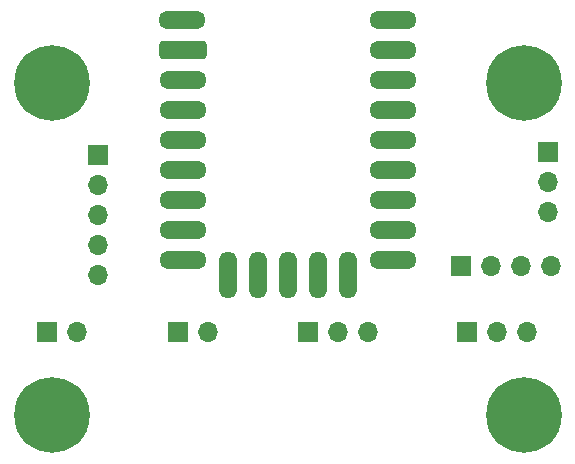
<source format=gbr>
%TF.GenerationSoftware,KiCad,Pcbnew,8.0.5*%
%TF.CreationDate,2024-09-18T02:56:45+09:00*%
%TF.ProjectId,MIDI_Pedal,4d494449-5f50-4656-9461-6c2e6b696361,rev?*%
%TF.SameCoordinates,Original*%
%TF.FileFunction,Soldermask,Bot*%
%TF.FilePolarity,Negative*%
%FSLAX46Y46*%
G04 Gerber Fmt 4.6, Leading zero omitted, Abs format (unit mm)*
G04 Created by KiCad (PCBNEW 8.0.5) date 2024-09-18 02:56:45*
%MOMM*%
%LPD*%
G01*
G04 APERTURE LIST*
G04 Aperture macros list*
%AMRoundRect*
0 Rectangle with rounded corners*
0 $1 Rounding radius*
0 $2 $3 $4 $5 $6 $7 $8 $9 X,Y pos of 4 corners*
0 Add a 4 corners polygon primitive as box body*
4,1,4,$2,$3,$4,$5,$6,$7,$8,$9,$2,$3,0*
0 Add four circle primitives for the rounded corners*
1,1,$1+$1,$2,$3*
1,1,$1+$1,$4,$5*
1,1,$1+$1,$6,$7*
1,1,$1+$1,$8,$9*
0 Add four rect primitives between the rounded corners*
20,1,$1+$1,$2,$3,$4,$5,0*
20,1,$1+$1,$4,$5,$6,$7,0*
20,1,$1+$1,$6,$7,$8,$9,0*
20,1,$1+$1,$8,$9,$2,$3,0*%
G04 Aperture macros list end*
%ADD10C,0.800000*%
%ADD11C,6.400000*%
%ADD12O,4.000000X1.500000*%
%ADD13O,1.500000X4.000000*%
%ADD14RoundRect,0.250000X-1.750000X-0.500000X1.750000X-0.500000X1.750000X0.500000X-1.750000X0.500000X0*%
%ADD15R,1.700000X1.700000*%
%ADD16O,1.700000X1.700000*%
G04 APERTURE END LIST*
D10*
%TO.C,H4*%
X142600000Y-85000000D03*
X143302944Y-83302944D03*
X143302944Y-86697056D03*
X145000000Y-82600000D03*
D11*
X145000000Y-85000000D03*
D10*
X145000000Y-87400000D03*
X146697056Y-83302944D03*
X146697056Y-86697056D03*
X147400000Y-85000000D03*
%TD*%
%TO.C,H3*%
X142600000Y-56900000D03*
X143302944Y-55202944D03*
X143302944Y-58597056D03*
X145000000Y-54500000D03*
D11*
X145000000Y-56900000D03*
D10*
X145000000Y-59300000D03*
X146697056Y-55202944D03*
X146697056Y-58597056D03*
X147400000Y-56900000D03*
%TD*%
%TO.C,H2*%
X102600000Y-85000000D03*
X103302944Y-83302944D03*
X103302944Y-86697056D03*
X105000000Y-82600000D03*
D11*
X105000000Y-85000000D03*
D10*
X105000000Y-87400000D03*
X106697056Y-83302944D03*
X106697056Y-86697056D03*
X107400000Y-85000000D03*
%TD*%
%TO.C,H1*%
X102600000Y-56900000D03*
X103302944Y-55202944D03*
X103302944Y-58597056D03*
X105000000Y-54500000D03*
D11*
X105000000Y-56900000D03*
D10*
X105000000Y-59300000D03*
X106697056Y-55202944D03*
X106697056Y-58597056D03*
X107400000Y-56900000D03*
%TD*%
D12*
%TO.C,U1*%
X133920000Y-51540000D03*
X133920000Y-54080000D03*
X133920000Y-56620000D03*
X133920000Y-59160000D03*
X133920000Y-61700000D03*
X133920000Y-64240000D03*
X133920000Y-66780000D03*
X133920000Y-69320000D03*
X133920000Y-71860000D03*
D13*
X130080000Y-73160000D03*
X127540000Y-73160000D03*
X125000000Y-73160000D03*
X122460000Y-73160000D03*
X119920000Y-73160000D03*
D12*
X116130000Y-71860000D03*
X116130000Y-69320000D03*
X116130000Y-66780000D03*
X116130000Y-64240000D03*
X116130000Y-61700000D03*
X116130000Y-59160000D03*
X116130000Y-56620000D03*
D14*
X116130000Y-54080000D03*
D12*
X116080000Y-51540000D03*
%TD*%
D15*
%TO.C,J5*%
X115668000Y-77978000D03*
D16*
X118208000Y-77978000D03*
%TD*%
D15*
%TO.C,J7*%
X140208000Y-77978000D03*
D16*
X142748000Y-77978000D03*
X145288000Y-77978000D03*
%TD*%
D15*
%TO.C,J1*%
X139710000Y-72390000D03*
D16*
X142250000Y-72390000D03*
X144790000Y-72390000D03*
X147330000Y-72390000D03*
%TD*%
D15*
%TO.C,J6*%
X126688000Y-77978000D03*
D16*
X129228000Y-77978000D03*
X131768000Y-77978000D03*
%TD*%
D15*
%TO.C,J2*%
X108966000Y-62992000D03*
D16*
X108966000Y-65532000D03*
X108966000Y-68072000D03*
X108966000Y-70612000D03*
X108966000Y-73152000D03*
%TD*%
D15*
%TO.C,J4*%
X104648000Y-77978000D03*
D16*
X107188000Y-77978000D03*
%TD*%
D15*
%TO.C,J3*%
X147066000Y-62738000D03*
D16*
X147066000Y-65278000D03*
X147066000Y-67818000D03*
%TD*%
M02*

</source>
